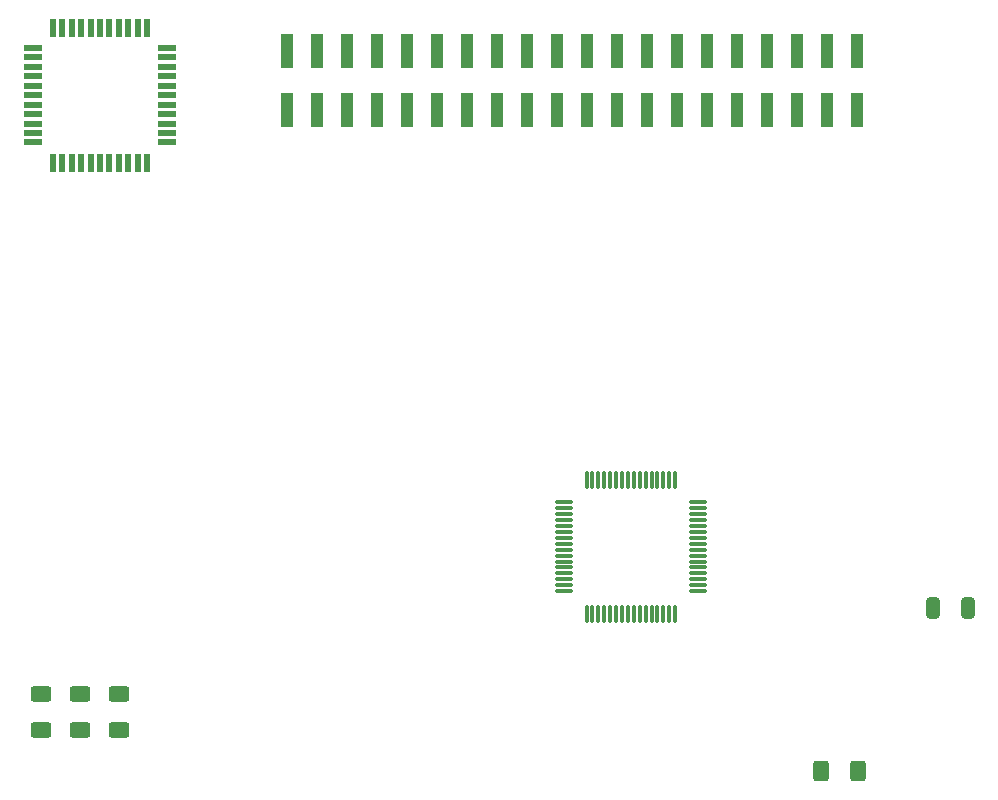
<source format=gbr>
%TF.GenerationSoftware,KiCad,Pcbnew,8.0.7-8.0.7-0~ubuntu22.04.1*%
%TF.CreationDate,2024-12-21T14:21:34+01:00*%
%TF.ProjectId,MMU_v1,4d4d555f-7631-42e6-9b69-6361645f7063,rev?*%
%TF.SameCoordinates,Original*%
%TF.FileFunction,Paste,Top*%
%TF.FilePolarity,Positive*%
%FSLAX46Y46*%
G04 Gerber Fmt 4.6, Leading zero omitted, Abs format (unit mm)*
G04 Created by KiCad (PCBNEW 8.0.7-8.0.7-0~ubuntu22.04.1) date 2024-12-21 14:21:34*
%MOMM*%
%LPD*%
G01*
G04 APERTURE LIST*
G04 Aperture macros list*
%AMRoundRect*
0 Rectangle with rounded corners*
0 $1 Rounding radius*
0 $2 $3 $4 $5 $6 $7 $8 $9 X,Y pos of 4 corners*
0 Add a 4 corners polygon primitive as box body*
4,1,4,$2,$3,$4,$5,$6,$7,$8,$9,$2,$3,0*
0 Add four circle primitives for the rounded corners*
1,1,$1+$1,$2,$3*
1,1,$1+$1,$4,$5*
1,1,$1+$1,$6,$7*
1,1,$1+$1,$8,$9*
0 Add four rect primitives between the rounded corners*
20,1,$1+$1,$2,$3,$4,$5,0*
20,1,$1+$1,$4,$5,$6,$7,0*
20,1,$1+$1,$6,$7,$8,$9,0*
20,1,$1+$1,$8,$9,$2,$3,0*%
G04 Aperture macros list end*
%ADD10RoundRect,0.250000X0.625000X-0.400000X0.625000X0.400000X-0.625000X0.400000X-0.625000X-0.400000X0*%
%ADD11RoundRect,0.250000X-0.325000X-0.650000X0.325000X-0.650000X0.325000X0.650000X-0.325000X0.650000X0*%
%ADD12RoundRect,0.250000X0.400000X0.625000X-0.400000X0.625000X-0.400000X-0.625000X0.400000X-0.625000X0*%
%ADD13R,1.000000X3.000000*%
%ADD14RoundRect,0.075000X-0.662500X-0.075000X0.662500X-0.075000X0.662500X0.075000X-0.662500X0.075000X0*%
%ADD15RoundRect,0.075000X-0.075000X-0.662500X0.075000X-0.662500X0.075000X0.662500X-0.075000X0.662500X0*%
%ADD16R,1.500000X0.550000*%
%ADD17R,0.550000X1.500000*%
G04 APERTURE END LIST*
D10*
%TO.C,R4*%
X75582000Y-131789000D03*
X75582000Y-128689000D03*
%TD*%
D11*
%TO.C,C8*%
X144471600Y-121462800D03*
X147421600Y-121462800D03*
%TD*%
D10*
%TO.C,R3*%
X72292000Y-131789000D03*
X72292000Y-128689000D03*
%TD*%
%TO.C,R2*%
X69002000Y-131789000D03*
X69002000Y-128689000D03*
%TD*%
D12*
%TO.C,R1*%
X138139000Y-135200000D03*
X135039000Y-135200000D03*
%TD*%
D13*
%TO.C,J3*%
X89827000Y-74240000D03*
X89827000Y-79280000D03*
X92367000Y-74240000D03*
X92367000Y-79280000D03*
X94907000Y-74240000D03*
X94907000Y-79280000D03*
X97447000Y-74240000D03*
X97447000Y-79280000D03*
X99987000Y-74240000D03*
X99987000Y-79280000D03*
X102527000Y-74240000D03*
X102527000Y-79280000D03*
X105067000Y-74240000D03*
X105067000Y-79280000D03*
X107607000Y-74240000D03*
X107607000Y-79280000D03*
X110147000Y-74240000D03*
X110147000Y-79280000D03*
X112687000Y-74240000D03*
X112687000Y-79280000D03*
X115227000Y-74240000D03*
X115227000Y-79280000D03*
X117767000Y-74240000D03*
X117767000Y-79280000D03*
X120307000Y-74240000D03*
X120307000Y-79280000D03*
X122847000Y-74240000D03*
X122847000Y-79280000D03*
X125387000Y-74240000D03*
X125387000Y-79280000D03*
X127927000Y-74240000D03*
X127927000Y-79280000D03*
X130467000Y-74240000D03*
X130467000Y-79280000D03*
X133007000Y-74240000D03*
X133007000Y-79280000D03*
X135547000Y-74240000D03*
X135547000Y-79280000D03*
X138087000Y-74240000D03*
X138087000Y-79280000D03*
%TD*%
D14*
%TO.C,U2*%
X113241663Y-112497654D03*
X113241663Y-112997654D03*
X113241663Y-113497654D03*
X113241663Y-113997654D03*
X113241663Y-114497654D03*
X113241663Y-114997654D03*
X113241663Y-115497654D03*
X113241663Y-115997654D03*
X113241663Y-116497654D03*
X113241663Y-116997654D03*
X113241663Y-117497654D03*
X113241663Y-117997654D03*
X113241663Y-118497654D03*
X113241663Y-118997654D03*
X113241663Y-119497654D03*
X113241663Y-119997654D03*
D15*
X115154163Y-121910154D03*
X115654163Y-121910154D03*
X116154163Y-121910154D03*
X116654163Y-121910154D03*
X117154163Y-121910154D03*
X117654163Y-121910154D03*
X118154163Y-121910154D03*
X118654163Y-121910154D03*
X119154163Y-121910154D03*
X119654163Y-121910154D03*
X120154163Y-121910154D03*
X120654163Y-121910154D03*
X121154163Y-121910154D03*
X121654163Y-121910154D03*
X122154163Y-121910154D03*
X122654163Y-121910154D03*
D14*
X124566663Y-119997654D03*
X124566663Y-119497654D03*
X124566663Y-118997654D03*
X124566663Y-118497654D03*
X124566663Y-117997654D03*
X124566663Y-117497654D03*
X124566663Y-116997654D03*
X124566663Y-116497654D03*
X124566663Y-115997654D03*
X124566663Y-115497654D03*
X124566663Y-114997654D03*
X124566663Y-114497654D03*
X124566663Y-113997654D03*
X124566663Y-113497654D03*
X124566663Y-112997654D03*
X124566663Y-112497654D03*
D15*
X122654163Y-110585154D03*
X122154163Y-110585154D03*
X121654163Y-110585154D03*
X121154163Y-110585154D03*
X120654163Y-110585154D03*
X120154163Y-110585154D03*
X119654163Y-110585154D03*
X119154163Y-110585154D03*
X118654163Y-110585154D03*
X118154163Y-110585154D03*
X117654163Y-110585154D03*
X117154163Y-110585154D03*
X116654163Y-110585154D03*
X116154163Y-110585154D03*
X115654163Y-110585154D03*
X115154163Y-110585154D03*
%TD*%
D16*
%TO.C,U1*%
X68255000Y-74016000D03*
X68255000Y-74816000D03*
X68255000Y-75616000D03*
X68255000Y-76416000D03*
X68255000Y-77216000D03*
X68255000Y-78016000D03*
X68255000Y-78816000D03*
X68255000Y-79616000D03*
X68255000Y-80416000D03*
X68255000Y-81216000D03*
X68255000Y-82016000D03*
D17*
X69955000Y-83716000D03*
X70755000Y-83716000D03*
X71555000Y-83716000D03*
X72355000Y-83716000D03*
X73155000Y-83716000D03*
X73955000Y-83716000D03*
X74755000Y-83716000D03*
X75555000Y-83716000D03*
X76355000Y-83716000D03*
X77155000Y-83716000D03*
X77955000Y-83716000D03*
D16*
X79655000Y-82016000D03*
X79655000Y-81216000D03*
X79655000Y-80416000D03*
X79655000Y-79616000D03*
X79655000Y-78816000D03*
X79655000Y-78016000D03*
X79655000Y-77216000D03*
X79655000Y-76416000D03*
X79655000Y-75616000D03*
X79655000Y-74816000D03*
X79655000Y-74016000D03*
D17*
X77955000Y-72316000D03*
X77155000Y-72316000D03*
X76355000Y-72316000D03*
X75555000Y-72316000D03*
X74755000Y-72316000D03*
X73955000Y-72316000D03*
X73155000Y-72316000D03*
X72355000Y-72316000D03*
X71555000Y-72316000D03*
X70755000Y-72316000D03*
X69955000Y-72316000D03*
%TD*%
M02*

</source>
